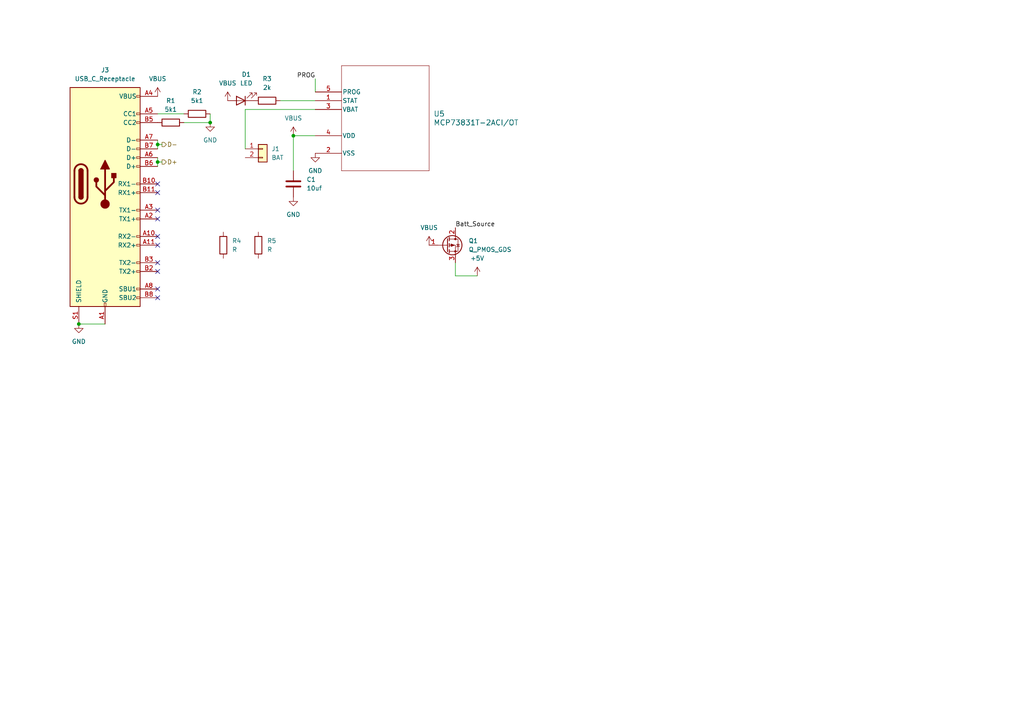
<source format=kicad_sch>
(kicad_sch (version 20230121) (generator eeschema)

  (uuid dd0cfcfc-a760-497a-83be-09364d30570b)

  (paper "A4")

  (lib_symbols
    (symbol "Connector:USB_C_Receptacle" (pin_names (offset 1.016)) (in_bom yes) (on_board yes)
      (property "Reference" "J" (at -10.16 29.21 0)
        (effects (font (size 1.27 1.27)) (justify left))
      )
      (property "Value" "USB_C_Receptacle" (at 10.16 29.21 0)
        (effects (font (size 1.27 1.27)) (justify right))
      )
      (property "Footprint" "" (at 3.81 0 0)
        (effects (font (size 1.27 1.27)) hide)
      )
      (property "Datasheet" "https://www.usb.org/sites/default/files/documents/usb_type-c.zip" (at 3.81 0 0)
        (effects (font (size 1.27 1.27)) hide)
      )
      (property "ki_keywords" "usb universal serial bus type-C full-featured" (at 0 0 0)
        (effects (font (size 1.27 1.27)) hide)
      )
      (property "ki_description" "USB Full-Featured Type-C Receptacle connector" (at 0 0 0)
        (effects (font (size 1.27 1.27)) hide)
      )
      (property "ki_fp_filters" "USB*C*Receptacle*" (at 0 0 0)
        (effects (font (size 1.27 1.27)) hide)
      )
      (symbol "USB_C_Receptacle_0_0"
        (rectangle (start -0.254 -35.56) (end 0.254 -34.544)
          (stroke (width 0) (type default))
          (fill (type none))
        )
        (rectangle (start 10.16 -32.766) (end 9.144 -33.274)
          (stroke (width 0) (type default))
          (fill (type none))
        )
        (rectangle (start 10.16 -30.226) (end 9.144 -30.734)
          (stroke (width 0) (type default))
          (fill (type none))
        )
        (rectangle (start 10.16 -25.146) (end 9.144 -25.654)
          (stroke (width 0) (type default))
          (fill (type none))
        )
        (rectangle (start 10.16 -22.606) (end 9.144 -23.114)
          (stroke (width 0) (type default))
          (fill (type none))
        )
        (rectangle (start 10.16 -17.526) (end 9.144 -18.034)
          (stroke (width 0) (type default))
          (fill (type none))
        )
        (rectangle (start 10.16 -14.986) (end 9.144 -15.494)
          (stroke (width 0) (type default))
          (fill (type none))
        )
        (rectangle (start 10.16 -9.906) (end 9.144 -10.414)
          (stroke (width 0) (type default))
          (fill (type none))
        )
        (rectangle (start 10.16 -7.366) (end 9.144 -7.874)
          (stroke (width 0) (type default))
          (fill (type none))
        )
        (rectangle (start 10.16 -2.286) (end 9.144 -2.794)
          (stroke (width 0) (type default))
          (fill (type none))
        )
        (rectangle (start 10.16 0.254) (end 9.144 -0.254)
          (stroke (width 0) (type default))
          (fill (type none))
        )
        (rectangle (start 10.16 5.334) (end 9.144 4.826)
          (stroke (width 0) (type default))
          (fill (type none))
        )
        (rectangle (start 10.16 7.874) (end 9.144 7.366)
          (stroke (width 0) (type default))
          (fill (type none))
        )
        (rectangle (start 10.16 10.414) (end 9.144 9.906)
          (stroke (width 0) (type default))
          (fill (type none))
        )
        (rectangle (start 10.16 12.954) (end 9.144 12.446)
          (stroke (width 0) (type default))
          (fill (type none))
        )
        (rectangle (start 10.16 18.034) (end 9.144 17.526)
          (stroke (width 0) (type default))
          (fill (type none))
        )
        (rectangle (start 10.16 20.574) (end 9.144 20.066)
          (stroke (width 0) (type default))
          (fill (type none))
        )
        (rectangle (start 10.16 25.654) (end 9.144 25.146)
          (stroke (width 0) (type default))
          (fill (type none))
        )
      )
      (symbol "USB_C_Receptacle_0_1"
        (rectangle (start -10.16 27.94) (end 10.16 -35.56)
          (stroke (width 0.254) (type default))
          (fill (type background))
        )
        (arc (start -8.89 -3.81) (mid -6.985 -5.7067) (end -5.08 -3.81)
          (stroke (width 0.508) (type default))
          (fill (type none))
        )
        (arc (start -7.62 -3.81) (mid -6.985 -4.4423) (end -6.35 -3.81)
          (stroke (width 0.254) (type default))
          (fill (type none))
        )
        (arc (start -7.62 -3.81) (mid -6.985 -4.4423) (end -6.35 -3.81)
          (stroke (width 0.254) (type default))
          (fill (type outline))
        )
        (rectangle (start -7.62 -3.81) (end -6.35 3.81)
          (stroke (width 0.254) (type default))
          (fill (type outline))
        )
        (arc (start -6.35 3.81) (mid -6.985 4.4423) (end -7.62 3.81)
          (stroke (width 0.254) (type default))
          (fill (type none))
        )
        (arc (start -6.35 3.81) (mid -6.985 4.4423) (end -7.62 3.81)
          (stroke (width 0.254) (type default))
          (fill (type outline))
        )
        (arc (start -5.08 3.81) (mid -6.985 5.7067) (end -8.89 3.81)
          (stroke (width 0.508) (type default))
          (fill (type none))
        )
        (polyline
          (pts
            (xy -8.89 -3.81)
            (xy -8.89 3.81)
          )
          (stroke (width 0.508) (type default))
          (fill (type none))
        )
        (polyline
          (pts
            (xy -5.08 3.81)
            (xy -5.08 -3.81)
          )
          (stroke (width 0.508) (type default))
          (fill (type none))
        )
      )
      (symbol "USB_C_Receptacle_1_1"
        (circle (center -2.54 1.143) (radius 0.635)
          (stroke (width 0.254) (type default))
          (fill (type outline))
        )
        (circle (center 0 -5.842) (radius 1.27)
          (stroke (width 0) (type default))
          (fill (type outline))
        )
        (polyline
          (pts
            (xy 0 -5.842)
            (xy 0 4.318)
          )
          (stroke (width 0.508) (type default))
          (fill (type none))
        )
        (polyline
          (pts
            (xy 0 -3.302)
            (xy -2.54 -0.762)
            (xy -2.54 0.508)
          )
          (stroke (width 0.508) (type default))
          (fill (type none))
        )
        (polyline
          (pts
            (xy 0 -2.032)
            (xy 2.54 0.508)
            (xy 2.54 1.778)
          )
          (stroke (width 0.508) (type default))
          (fill (type none))
        )
        (polyline
          (pts
            (xy -1.27 4.318)
            (xy 0 6.858)
            (xy 1.27 4.318)
            (xy -1.27 4.318)
          )
          (stroke (width 0.254) (type default))
          (fill (type outline))
        )
        (rectangle (start 1.905 1.778) (end 3.175 3.048)
          (stroke (width 0.254) (type default))
          (fill (type outline))
        )
        (pin passive line (at 0 -40.64 90) (length 5.08)
          (name "GND" (effects (font (size 1.27 1.27))))
          (number "A1" (effects (font (size 1.27 1.27))))
        )
        (pin bidirectional line (at 15.24 -15.24 180) (length 5.08)
          (name "RX2-" (effects (font (size 1.27 1.27))))
          (number "A10" (effects (font (size 1.27 1.27))))
        )
        (pin bidirectional line (at 15.24 -17.78 180) (length 5.08)
          (name "RX2+" (effects (font (size 1.27 1.27))))
          (number "A11" (effects (font (size 1.27 1.27))))
        )
        (pin passive line (at 0 -40.64 90) (length 5.08) hide
          (name "GND" (effects (font (size 1.27 1.27))))
          (number "A12" (effects (font (size 1.27 1.27))))
        )
        (pin bidirectional line (at 15.24 -10.16 180) (length 5.08)
          (name "TX1+" (effects (font (size 1.27 1.27))))
          (number "A2" (effects (font (size 1.27 1.27))))
        )
        (pin bidirectional line (at 15.24 -7.62 180) (length 5.08)
          (name "TX1-" (effects (font (size 1.27 1.27))))
          (number "A3" (effects (font (size 1.27 1.27))))
        )
        (pin passive line (at 15.24 25.4 180) (length 5.08)
          (name "VBUS" (effects (font (size 1.27 1.27))))
          (number "A4" (effects (font (size 1.27 1.27))))
        )
        (pin bidirectional line (at 15.24 20.32 180) (length 5.08)
          (name "CC1" (effects (font (size 1.27 1.27))))
          (number "A5" (effects (font (size 1.27 1.27))))
        )
        (pin bidirectional line (at 15.24 7.62 180) (length 5.08)
          (name "D+" (effects (font (size 1.27 1.27))))
          (number "A6" (effects (font (size 1.27 1.27))))
        )
        (pin bidirectional line (at 15.24 12.7 180) (length 5.08)
          (name "D-" (effects (font (size 1.27 1.27))))
          (number "A7" (effects (font (size 1.27 1.27))))
        )
        (pin bidirectional line (at 15.24 -30.48 180) (length 5.08)
          (name "SBU1" (effects (font (size 1.27 1.27))))
          (number "A8" (effects (font (size 1.27 1.27))))
        )
        (pin passive line (at 15.24 25.4 180) (length 5.08) hide
          (name "VBUS" (effects (font (size 1.27 1.27))))
          (number "A9" (effects (font (size 1.27 1.27))))
        )
        (pin passive line (at 0 -40.64 90) (length 5.08) hide
          (name "GND" (effects (font (size 1.27 1.27))))
          (number "B1" (effects (font (size 1.27 1.27))))
        )
        (pin bidirectional line (at 15.24 0 180) (length 5.08)
          (name "RX1-" (effects (font (size 1.27 1.27))))
          (number "B10" (effects (font (size 1.27 1.27))))
        )
        (pin bidirectional line (at 15.24 -2.54 180) (length 5.08)
          (name "RX1+" (effects (font (size 1.27 1.27))))
          (number "B11" (effects (font (size 1.27 1.27))))
        )
        (pin passive line (at 0 -40.64 90) (length 5.08) hide
          (name "GND" (effects (font (size 1.27 1.27))))
          (number "B12" (effects (font (size 1.27 1.27))))
        )
        (pin bidirectional line (at 15.24 -25.4 180) (length 5.08)
          (name "TX2+" (effects (font (size 1.27 1.27))))
          (number "B2" (effects (font (size 1.27 1.27))))
        )
        (pin bidirectional line (at 15.24 -22.86 180) (length 5.08)
          (name "TX2-" (effects (font (size 1.27 1.27))))
          (number "B3" (effects (font (size 1.27 1.27))))
        )
        (pin passive line (at 15.24 25.4 180) (length 5.08) hide
          (name "VBUS" (effects (font (size 1.27 1.27))))
          (number "B4" (effects (font (size 1.27 1.27))))
        )
        (pin bidirectional line (at 15.24 17.78 180) (length 5.08)
          (name "CC2" (effects (font (size 1.27 1.27))))
          (number "B5" (effects (font (size 1.27 1.27))))
        )
        (pin bidirectional line (at 15.24 5.08 180) (length 5.08)
          (name "D+" (effects (font (size 1.27 1.27))))
          (number "B6" (effects (font (size 1.27 1.27))))
        )
        (pin bidirectional line (at 15.24 10.16 180) (length 5.08)
          (name "D-" (effects (font (size 1.27 1.27))))
          (number "B7" (effects (font (size 1.27 1.27))))
        )
        (pin bidirectional line (at 15.24 -33.02 180) (length 5.08)
          (name "SBU2" (effects (font (size 1.27 1.27))))
          (number "B8" (effects (font (size 1.27 1.27))))
        )
        (pin passive line (at 15.24 25.4 180) (length 5.08) hide
          (name "VBUS" (effects (font (size 1.27 1.27))))
          (number "B9" (effects (font (size 1.27 1.27))))
        )
        (pin passive line (at -7.62 -40.64 90) (length 5.08)
          (name "SHIELD" (effects (font (size 1.27 1.27))))
          (number "S1" (effects (font (size 1.27 1.27))))
        )
      )
    )
    (symbol "Connector_Generic:Conn_01x02" (pin_names (offset 1.016) hide) (in_bom yes) (on_board yes)
      (property "Reference" "J" (at 0 2.54 0)
        (effects (font (size 1.27 1.27)))
      )
      (property "Value" "Conn_01x02" (at 0 -5.08 0)
        (effects (font (size 1.27 1.27)))
      )
      (property "Footprint" "" (at 0 0 0)
        (effects (font (size 1.27 1.27)) hide)
      )
      (property "Datasheet" "~" (at 0 0 0)
        (effects (font (size 1.27 1.27)) hide)
      )
      (property "ki_keywords" "connector" (at 0 0 0)
        (effects (font (size 1.27 1.27)) hide)
      )
      (property "ki_description" "Generic connector, single row, 01x02, script generated (kicad-library-utils/schlib/autogen/connector/)" (at 0 0 0)
        (effects (font (size 1.27 1.27)) hide)
      )
      (property "ki_fp_filters" "Connector*:*_1x??_*" (at 0 0 0)
        (effects (font (size 1.27 1.27)) hide)
      )
      (symbol "Conn_01x02_1_1"
        (rectangle (start -1.27 -2.413) (end 0 -2.667)
          (stroke (width 0.1524) (type default))
          (fill (type none))
        )
        (rectangle (start -1.27 0.127) (end 0 -0.127)
          (stroke (width 0.1524) (type default))
          (fill (type none))
        )
        (rectangle (start -1.27 1.27) (end 1.27 -3.81)
          (stroke (width 0.254) (type default))
          (fill (type background))
        )
        (pin passive line (at -5.08 0 0) (length 3.81)
          (name "Pin_1" (effects (font (size 1.27 1.27))))
          (number "1" (effects (font (size 1.27 1.27))))
        )
        (pin passive line (at -5.08 -2.54 0) (length 3.81)
          (name "Pin_2" (effects (font (size 1.27 1.27))))
          (number "2" (effects (font (size 1.27 1.27))))
        )
      )
    )
    (symbol "Device:C" (pin_numbers hide) (pin_names (offset 0.254)) (in_bom yes) (on_board yes)
      (property "Reference" "C" (at 0.635 2.54 0)
        (effects (font (size 1.27 1.27)) (justify left))
      )
      (property "Value" "C" (at 0.635 -2.54 0)
        (effects (font (size 1.27 1.27)) (justify left))
      )
      (property "Footprint" "" (at 0.9652 -3.81 0)
        (effects (font (size 1.27 1.27)) hide)
      )
      (property "Datasheet" "~" (at 0 0 0)
        (effects (font (size 1.27 1.27)) hide)
      )
      (property "ki_keywords" "cap capacitor" (at 0 0 0)
        (effects (font (size 1.27 1.27)) hide)
      )
      (property "ki_description" "Unpolarized capacitor" (at 0 0 0)
        (effects (font (size 1.27 1.27)) hide)
      )
      (property "ki_fp_filters" "C_*" (at 0 0 0)
        (effects (font (size 1.27 1.27)) hide)
      )
      (symbol "C_0_1"
        (polyline
          (pts
            (xy -2.032 -0.762)
            (xy 2.032 -0.762)
          )
          (stroke (width 0.508) (type default))
          (fill (type none))
        )
        (polyline
          (pts
            (xy -2.032 0.762)
            (xy 2.032 0.762)
          )
          (stroke (width 0.508) (type default))
          (fill (type none))
        )
      )
      (symbol "C_1_1"
        (pin passive line (at 0 3.81 270) (length 2.794)
          (name "~" (effects (font (size 1.27 1.27))))
          (number "1" (effects (font (size 1.27 1.27))))
        )
        (pin passive line (at 0 -3.81 90) (length 2.794)
          (name "~" (effects (font (size 1.27 1.27))))
          (number "2" (effects (font (size 1.27 1.27))))
        )
      )
    )
    (symbol "Device:LED" (pin_numbers hide) (pin_names (offset 1.016) hide) (in_bom yes) (on_board yes)
      (property "Reference" "D" (at 0 2.54 0)
        (effects (font (size 1.27 1.27)))
      )
      (property "Value" "LED" (at 0 -2.54 0)
        (effects (font (size 1.27 1.27)))
      )
      (property "Footprint" "" (at 0 0 0)
        (effects (font (size 1.27 1.27)) hide)
      )
      (property "Datasheet" "~" (at 0 0 0)
        (effects (font (size 1.27 1.27)) hide)
      )
      (property "ki_keywords" "LED diode" (at 0 0 0)
        (effects (font (size 1.27 1.27)) hide)
      )
      (property "ki_description" "Light emitting diode" (at 0 0 0)
        (effects (font (size 1.27 1.27)) hide)
      )
      (property "ki_fp_filters" "LED* LED_SMD:* LED_THT:*" (at 0 0 0)
        (effects (font (size 1.27 1.27)) hide)
      )
      (symbol "LED_0_1"
        (polyline
          (pts
            (xy -1.27 -1.27)
            (xy -1.27 1.27)
          )
          (stroke (width 0.254) (type default))
          (fill (type none))
        )
        (polyline
          (pts
            (xy -1.27 0)
            (xy 1.27 0)
          )
          (stroke (width 0) (type default))
          (fill (type none))
        )
        (polyline
          (pts
            (xy 1.27 -1.27)
            (xy 1.27 1.27)
            (xy -1.27 0)
            (xy 1.27 -1.27)
          )
          (stroke (width 0.254) (type default))
          (fill (type none))
        )
        (polyline
          (pts
            (xy -3.048 -0.762)
            (xy -4.572 -2.286)
            (xy -3.81 -2.286)
            (xy -4.572 -2.286)
            (xy -4.572 -1.524)
          )
          (stroke (width 0) (type default))
          (fill (type none))
        )
        (polyline
          (pts
            (xy -1.778 -0.762)
            (xy -3.302 -2.286)
            (xy -2.54 -2.286)
            (xy -3.302 -2.286)
            (xy -3.302 -1.524)
          )
          (stroke (width 0) (type default))
          (fill (type none))
        )
      )
      (symbol "LED_1_1"
        (pin passive line (at -3.81 0 0) (length 2.54)
          (name "K" (effects (font (size 1.27 1.27))))
          (number "1" (effects (font (size 1.27 1.27))))
        )
        (pin passive line (at 3.81 0 180) (length 2.54)
          (name "A" (effects (font (size 1.27 1.27))))
          (number "2" (effects (font (size 1.27 1.27))))
        )
      )
    )
    (symbol "Device:Q_PMOS_GDS" (pin_names (offset 0) hide) (in_bom yes) (on_board yes)
      (property "Reference" "Q" (at 5.08 1.27 0)
        (effects (font (size 1.27 1.27)) (justify left))
      )
      (property "Value" "Q_PMOS_GDS" (at 5.08 -1.27 0)
        (effects (font (size 1.27 1.27)) (justify left))
      )
      (property "Footprint" "" (at 5.08 2.54 0)
        (effects (font (size 1.27 1.27)) hide)
      )
      (property "Datasheet" "~" (at 0 0 0)
        (effects (font (size 1.27 1.27)) hide)
      )
      (property "ki_keywords" "transistor PMOS P-MOS P-MOSFET" (at 0 0 0)
        (effects (font (size 1.27 1.27)) hide)
      )
      (property "ki_description" "P-MOSFET transistor, gate/drain/source" (at 0 0 0)
        (effects (font (size 1.27 1.27)) hide)
      )
      (symbol "Q_PMOS_GDS_0_1"
        (polyline
          (pts
            (xy 0.254 0)
            (xy -2.54 0)
          )
          (stroke (width 0) (type default))
          (fill (type none))
        )
        (polyline
          (pts
            (xy 0.254 1.905)
            (xy 0.254 -1.905)
          )
          (stroke (width 0.254) (type default))
          (fill (type none))
        )
        (polyline
          (pts
            (xy 0.762 -1.27)
            (xy 0.762 -2.286)
          )
          (stroke (width 0.254) (type default))
          (fill (type none))
        )
        (polyline
          (pts
            (xy 0.762 0.508)
            (xy 0.762 -0.508)
          )
          (stroke (width 0.254) (type default))
          (fill (type none))
        )
        (polyline
          (pts
            (xy 0.762 2.286)
            (xy 0.762 1.27)
          )
          (stroke (width 0.254) (type default))
          (fill (type none))
        )
        (polyline
          (pts
            (xy 2.54 2.54)
            (xy 2.54 1.778)
          )
          (stroke (width 0) (type default))
          (fill (type none))
        )
        (polyline
          (pts
            (xy 2.54 -2.54)
            (xy 2.54 0)
            (xy 0.762 0)
          )
          (stroke (width 0) (type default))
          (fill (type none))
        )
        (polyline
          (pts
            (xy 0.762 1.778)
            (xy 3.302 1.778)
            (xy 3.302 -1.778)
            (xy 0.762 -1.778)
          )
          (stroke (width 0) (type default))
          (fill (type none))
        )
        (polyline
          (pts
            (xy 2.286 0)
            (xy 1.27 0.381)
            (xy 1.27 -0.381)
            (xy 2.286 0)
          )
          (stroke (width 0) (type default))
          (fill (type outline))
        )
        (polyline
          (pts
            (xy 2.794 -0.508)
            (xy 2.921 -0.381)
            (xy 3.683 -0.381)
            (xy 3.81 -0.254)
          )
          (stroke (width 0) (type default))
          (fill (type none))
        )
        (polyline
          (pts
            (xy 3.302 -0.381)
            (xy 2.921 0.254)
            (xy 3.683 0.254)
            (xy 3.302 -0.381)
          )
          (stroke (width 0) (type default))
          (fill (type none))
        )
        (circle (center 1.651 0) (radius 2.794)
          (stroke (width 0.254) (type default))
          (fill (type none))
        )
        (circle (center 2.54 -1.778) (radius 0.254)
          (stroke (width 0) (type default))
          (fill (type outline))
        )
        (circle (center 2.54 1.778) (radius 0.254)
          (stroke (width 0) (type default))
          (fill (type outline))
        )
      )
      (symbol "Q_PMOS_GDS_1_1"
        (pin input line (at -5.08 0 0) (length 2.54)
          (name "G" (effects (font (size 1.27 1.27))))
          (number "1" (effects (font (size 1.27 1.27))))
        )
        (pin passive line (at 2.54 5.08 270) (length 2.54)
          (name "D" (effects (font (size 1.27 1.27))))
          (number "2" (effects (font (size 1.27 1.27))))
        )
        (pin passive line (at 2.54 -5.08 90) (length 2.54)
          (name "S" (effects (font (size 1.27 1.27))))
          (number "3" (effects (font (size 1.27 1.27))))
        )
      )
    )
    (symbol "Device:R" (pin_numbers hide) (pin_names (offset 0)) (in_bom yes) (on_board yes)
      (property "Reference" "R" (at 2.032 0 90)
        (effects (font (size 1.27 1.27)))
      )
      (property "Value" "R" (at 0 0 90)
        (effects (font (size 1.27 1.27)))
      )
      (property "Footprint" "" (at -1.778 0 90)
        (effects (font (size 1.27 1.27)) hide)
      )
      (property "Datasheet" "~" (at 0 0 0)
        (effects (font (size 1.27 1.27)) hide)
      )
      (property "ki_keywords" "R res resistor" (at 0 0 0)
        (effects (font (size 1.27 1.27)) hide)
      )
      (property "ki_description" "Resistor" (at 0 0 0)
        (effects (font (size 1.27 1.27)) hide)
      )
      (property "ki_fp_filters" "R_*" (at 0 0 0)
        (effects (font (size 1.27 1.27)) hide)
      )
      (symbol "R_0_1"
        (rectangle (start -1.016 -2.54) (end 1.016 2.54)
          (stroke (width 0.254) (type default))
          (fill (type none))
        )
      )
      (symbol "R_1_1"
        (pin passive line (at 0 3.81 270) (length 1.27)
          (name "~" (effects (font (size 1.27 1.27))))
          (number "1" (effects (font (size 1.27 1.27))))
        )
        (pin passive line (at 0 -3.81 90) (length 1.27)
          (name "~" (effects (font (size 1.27 1.27))))
          (number "2" (effects (font (size 1.27 1.27))))
        )
      )
    )
    (symbol "MCP73831:MCP73831T-2ACI_OT" (pin_names (offset 0.254)) (in_bom yes) (on_board yes)
      (property "Reference" "U" (at 20.32 12.7 0)
        (effects (font (size 1.524 1.524)))
      )
      (property "Value" "MCP73831T-2ACI/OT" (at 20.32 10.16 0)
        (effects (font (size 1.524 1.524)))
      )
      (property "Footprint" "SOT-23-5_MC_MCH" (at 0 0 0)
        (effects (font (size 1.27 1.27) italic) hide)
      )
      (property "Datasheet" "MCP73831T-2ACI/OT" (at 0 0 0)
        (effects (font (size 1.27 1.27) italic) hide)
      )
      (property "ki_locked" "" (at 0 0 0)
        (effects (font (size 1.27 1.27)))
      )
      (property "ki_keywords" "MCP73831T-2ACI/OT" (at 0 0 0)
        (effects (font (size 1.27 1.27)) hide)
      )
      (property "ki_fp_filters" "SOT-23-5_MC_MCH SOT-23-5_MC_MCH-M SOT-23-5_MC_MCH-L" (at 0 0 0)
        (effects (font (size 1.27 1.27)) hide)
      )
      (symbol "MCP73831T-2ACI_OT_0_1"
        (polyline
          (pts
            (xy 7.62 -22.86)
            (xy 33.02 -22.86)
          )
          (stroke (width 0.127) (type default))
          (fill (type none))
        )
        (polyline
          (pts
            (xy 7.62 7.62)
            (xy 7.62 -22.86)
          )
          (stroke (width 0.127) (type default))
          (fill (type none))
        )
        (polyline
          (pts
            (xy 33.02 -22.86)
            (xy 33.02 7.62)
          )
          (stroke (width 0.127) (type default))
          (fill (type none))
        )
        (polyline
          (pts
            (xy 33.02 7.62)
            (xy 7.62 7.62)
          )
          (stroke (width 0.127) (type default))
          (fill (type none))
        )
        (pin unspecified line (at 0 -2.54 0) (length 7.62)
          (name "STAT" (effects (font (size 1.27 1.27))))
          (number "1" (effects (font (size 1.27 1.27))))
        )
        (pin unspecified line (at 0 -17.78 0) (length 7.62)
          (name "VSS" (effects (font (size 1.27 1.27))))
          (number "2" (effects (font (size 1.27 1.27))))
        )
        (pin unspecified line (at 0 -5.08 0) (length 7.62)
          (name "VBAT" (effects (font (size 1.27 1.27))))
          (number "3" (effects (font (size 1.27 1.27))))
        )
        (pin unspecified line (at 0 -12.7 0) (length 7.62)
          (name "VDD" (effects (font (size 1.27 1.27))))
          (number "4" (effects (font (size 1.27 1.27))))
        )
        (pin unspecified line (at 0 0 0) (length 7.62)
          (name "PROG" (effects (font (size 1.27 1.27))))
          (number "5" (effects (font (size 1.27 1.27))))
        )
      )
    )
    (symbol "power:+5V" (power) (pin_names (offset 0)) (in_bom yes) (on_board yes)
      (property "Reference" "#PWR" (at 0 -3.81 0)
        (effects (font (size 1.27 1.27)) hide)
      )
      (property "Value" "+5V" (at 0 3.556 0)
        (effects (font (size 1.27 1.27)))
      )
      (property "Footprint" "" (at 0 0 0)
        (effects (font (size 1.27 1.27)) hide)
      )
      (property "Datasheet" "" (at 0 0 0)
        (effects (font (size 1.27 1.27)) hide)
      )
      (property "ki_keywords" "global power" (at 0 0 0)
        (effects (font (size 1.27 1.27)) hide)
      )
      (property "ki_description" "Power symbol creates a global label with name \"+5V\"" (at 0 0 0)
        (effects (font (size 1.27 1.27)) hide)
      )
      (symbol "+5V_0_1"
        (polyline
          (pts
            (xy -0.762 1.27)
            (xy 0 2.54)
          )
          (stroke (width 0) (type default))
          (fill (type none))
        )
        (polyline
          (pts
            (xy 0 0)
            (xy 0 2.54)
          )
          (stroke (width 0) (type default))
          (fill (type none))
        )
        (polyline
          (pts
            (xy 0 2.54)
            (xy 0.762 1.27)
          )
          (stroke (width 0) (type default))
          (fill (type none))
        )
      )
      (symbol "+5V_1_1"
        (pin power_in line (at 0 0 90) (length 0) hide
          (name "+5V" (effects (font (size 1.27 1.27))))
          (number "1" (effects (font (size 1.27 1.27))))
        )
      )
    )
    (symbol "power:GND" (power) (pin_names (offset 0)) (in_bom yes) (on_board yes)
      (property "Reference" "#PWR" (at 0 -6.35 0)
        (effects (font (size 1.27 1.27)) hide)
      )
      (property "Value" "GND" (at 0 -3.81 0)
        (effects (font (size 1.27 1.27)))
      )
      (property "Footprint" "" (at 0 0 0)
        (effects (font (size 1.27 1.27)) hide)
      )
      (property "Datasheet" "" (at 0 0 0)
        (effects (font (size 1.27 1.27)) hide)
      )
      (property "ki_keywords" "global power" (at 0 0 0)
        (effects (font (size 1.27 1.27)) hide)
      )
      (property "ki_description" "Power symbol creates a global label with name \"GND\" , ground" (at 0 0 0)
        (effects (font (size 1.27 1.27)) hide)
      )
      (symbol "GND_0_1"
        (polyline
          (pts
            (xy 0 0)
            (xy 0 -1.27)
            (xy 1.27 -1.27)
            (xy 0 -2.54)
            (xy -1.27 -1.27)
            (xy 0 -1.27)
          )
          (stroke (width 0) (type default))
          (fill (type none))
        )
      )
      (symbol "GND_1_1"
        (pin power_in line (at 0 0 270) (length 0) hide
          (name "GND" (effects (font (size 1.27 1.27))))
          (number "1" (effects (font (size 1.27 1.27))))
        )
      )
    )
    (symbol "power:VBUS" (power) (pin_names (offset 0)) (in_bom yes) (on_board yes)
      (property "Reference" "#PWR" (at 0 -3.81 0)
        (effects (font (size 1.27 1.27)) hide)
      )
      (property "Value" "VBUS" (at 0 3.81 0)
        (effects (font (size 1.27 1.27)))
      )
      (property "Footprint" "" (at 0 0 0)
        (effects (font (size 1.27 1.27)) hide)
      )
      (property "Datasheet" "" (at 0 0 0)
        (effects (font (size 1.27 1.27)) hide)
      )
      (property "ki_keywords" "global power" (at 0 0 0)
        (effects (font (size 1.27 1.27)) hide)
      )
      (property "ki_description" "Power symbol creates a global label with name \"VBUS\"" (at 0 0 0)
        (effects (font (size 1.27 1.27)) hide)
      )
      (symbol "VBUS_0_1"
        (polyline
          (pts
            (xy -0.762 1.27)
            (xy 0 2.54)
          )
          (stroke (width 0) (type default))
          (fill (type none))
        )
        (polyline
          (pts
            (xy 0 0)
            (xy 0 2.54)
          )
          (stroke (width 0) (type default))
          (fill (type none))
        )
        (polyline
          (pts
            (xy 0 2.54)
            (xy 0.762 1.27)
          )
          (stroke (width 0) (type default))
          (fill (type none))
        )
      )
      (symbol "VBUS_1_1"
        (pin power_in line (at 0 0 90) (length 0) hide
          (name "VBUS" (effects (font (size 1.27 1.27))))
          (number "1" (effects (font (size 1.27 1.27))))
        )
      )
    )
  )

  (junction (at 60.96 35.56) (diameter 0) (color 0 0 0 0)
    (uuid 0bcf5f63-c9df-4918-99c0-9899d01063d0)
  )
  (junction (at 22.86 93.98) (diameter 0) (color 0 0 0 0)
    (uuid 19d9e84c-0747-4e2d-affa-c572e916e979)
  )
  (junction (at 45.72 41.91) (diameter 0) (color 0 0 0 0)
    (uuid 6eb2ff26-adcf-495e-8aac-f80a24af8299)
  )
  (junction (at 85.09 39.37) (diameter 0) (color 0 0 0 0)
    (uuid ae95c044-f80f-427c-9b97-300a46355533)
  )
  (junction (at 45.72 46.99) (diameter 0) (color 0 0 0 0)
    (uuid fc5e4dda-6891-48df-ab7d-9c93c38fe3ca)
  )

  (no_connect (at 45.72 63.5) (uuid 1e63b9f7-15aa-42e6-88c1-3d823d605bdf))
  (no_connect (at 45.72 83.82) (uuid 33a3ed1c-9829-415a-a8bb-147565d30a50))
  (no_connect (at 45.72 60.96) (uuid 573eed10-9541-4409-a773-b5db2c7184fd))
  (no_connect (at 45.72 55.88) (uuid 8f68da0f-e475-42ea-8933-79f79d1dd8e1))
  (no_connect (at 45.72 78.74) (uuid af37e7e7-ea90-461b-9168-6e437d457ed4))
  (no_connect (at 45.72 76.2) (uuid b18adb74-52f8-43cc-a8a5-ac78159b53a9))
  (no_connect (at 45.72 68.58) (uuid c72aff90-9fbe-4897-bd59-1d4129f5e147))
  (no_connect (at 45.72 53.34) (uuid dca3c36c-f7b0-4148-a169-3c1db22ee069))
  (no_connect (at 45.72 71.12) (uuid de07de5b-f3e8-437e-bb34-0de5c8efe53e))
  (no_connect (at 45.72 86.36) (uuid ea26f1ac-54ce-44e9-b203-339c6f6adeef))

  (wire (pts (xy 71.12 31.75) (xy 71.12 43.18))
    (stroke (width 0) (type default))
    (uuid 08f3adb2-a710-43f6-a6f5-e3a99d366e4b)
  )
  (wire (pts (xy 45.72 40.64) (xy 45.72 41.91))
    (stroke (width 0) (type default))
    (uuid 1dd2860b-d959-4e9d-8517-4b8f5ddebce8)
  )
  (wire (pts (xy 81.28 29.21) (xy 91.44 29.21))
    (stroke (width 0) (type default))
    (uuid 21f7917b-f607-4a44-b7ba-540bdaaf1fd7)
  )
  (wire (pts (xy 45.72 41.91) (xy 45.72 43.18))
    (stroke (width 0) (type default))
    (uuid 494d76c4-d55e-4891-9e88-c750a57f1bc8)
  )
  (wire (pts (xy 91.44 22.86) (xy 91.44 26.67))
    (stroke (width 0) (type default))
    (uuid 66077cb2-d65f-4a01-a3f1-87f7912e5894)
  )
  (wire (pts (xy 46.99 41.91) (xy 45.72 41.91))
    (stroke (width 0) (type default))
    (uuid 68f24199-5504-4812-9300-54f571e08aa7)
  )
  (wire (pts (xy 46.99 46.99) (xy 45.72 46.99))
    (stroke (width 0) (type default))
    (uuid 6990af32-eeb9-4249-9a20-ce11df10ca21)
  )
  (wire (pts (xy 91.44 31.75) (xy 71.12 31.75))
    (stroke (width 0) (type default))
    (uuid 74b00ac4-3ff8-4f86-aa75-59e1447745ae)
  )
  (wire (pts (xy 85.09 49.53) (xy 85.09 39.37))
    (stroke (width 0) (type default))
    (uuid 7a0bde33-265d-425a-a155-f8d5fb9a8b98)
  )
  (wire (pts (xy 45.72 33.02) (xy 53.34 33.02))
    (stroke (width 0) (type default))
    (uuid 7c9c502a-0f67-4a27-a202-3444c2185e5e)
  )
  (wire (pts (xy 45.72 45.72) (xy 45.72 46.99))
    (stroke (width 0) (type default))
    (uuid 995c9f62-b85a-493c-9938-1128b7e5fe53)
  )
  (wire (pts (xy 22.86 93.98) (xy 30.48 93.98))
    (stroke (width 0) (type default))
    (uuid 9d44ff15-bcfe-4708-92ed-b73c4237c25d)
  )
  (wire (pts (xy 132.08 76.2) (xy 132.08 80.01))
    (stroke (width 0) (type default))
    (uuid af517b91-941d-471e-a8b9-73a573af60e0)
  )
  (wire (pts (xy 53.34 35.56) (xy 60.96 35.56))
    (stroke (width 0) (type default))
    (uuid bd874004-84f0-46e5-8050-297265ee22ab)
  )
  (wire (pts (xy 85.09 39.37) (xy 91.44 39.37))
    (stroke (width 0) (type default))
    (uuid c6b9dad5-d394-4f9e-a37a-a61b7c424a68)
  )
  (wire (pts (xy 60.96 33.02) (xy 60.96 35.56))
    (stroke (width 0) (type default))
    (uuid d2bf7090-a831-4aa2-9af6-2333bdadc742)
  )
  (wire (pts (xy 132.08 80.01) (xy 138.43 80.01))
    (stroke (width 0) (type default))
    (uuid e041931c-199b-4b28-bff1-335b55517a6b)
  )
  (wire (pts (xy 45.72 46.99) (xy 45.72 48.26))
    (stroke (width 0) (type default))
    (uuid f046bd51-bd09-4ff4-af96-7e377fbea0e4)
  )

  (label "PROG" (at 91.44 22.86 180) (fields_autoplaced)
    (effects (font (size 1.27 1.27)) (justify right bottom))
    (uuid 5e81f247-828e-4d1a-a392-1ae213eaf074)
  )
  (label "Batt_Source" (at 132.08 66.04 0) (fields_autoplaced)
    (effects (font (size 1.27 1.27)) (justify left bottom))
    (uuid 966af39d-f8b0-458b-b2ac-16d53cfa0c22)
  )

  (hierarchical_label "D+" (shape output) (at 46.99 46.99 0) (fields_autoplaced)
    (effects (font (size 1.27 1.27)) (justify left))
    (uuid 1fa9c0d2-6e0b-4128-b69a-f453d53dc5e0)
  )
  (hierarchical_label "D-" (shape output) (at 46.99 41.91 0) (fields_autoplaced)
    (effects (font (size 1.27 1.27)) (justify left))
    (uuid 4d5d9668-b5cf-433c-86a3-f266865f0739)
  )

  (symbol (lib_id "power:VBUS") (at 45.72 27.94 0) (unit 1)
    (in_bom yes) (on_board yes) (dnp no) (fields_autoplaced)
    (uuid 13ffc4ad-371a-41e8-afa0-7e9fc06ba4cd)
    (property "Reference" "#PWR011" (at 45.72 31.75 0)
      (effects (font (size 1.27 1.27)) hide)
    )
    (property "Value" "VBUS" (at 45.72 22.86 0)
      (effects (font (size 1.27 1.27)))
    )
    (property "Footprint" "" (at 45.72 27.94 0)
      (effects (font (size 1.27 1.27)) hide)
    )
    (property "Datasheet" "" (at 45.72 27.94 0)
      (effects (font (size 1.27 1.27)) hide)
    )
    (pin "1" (uuid 3fe5c36c-d5d0-4475-a4da-ea69d1be40c2))
    (instances
      (project "Pico-Skidi"
        (path "/21865b85-eb74-4d61-a31a-30858d3bc341"
          (reference "#PWR011") (unit 1)
        )
        (path "/21865b85-eb74-4d61-a31a-30858d3bc341/8900a908-b882-43c5-abd2-34b7e0cc181b"
          (reference "#PWR03") (unit 1)
        )
      )
    )
  )

  (symbol (lib_id "Connector:USB_C_Receptacle") (at 30.48 53.34 0) (unit 1)
    (in_bom yes) (on_board yes) (dnp no) (fields_autoplaced)
    (uuid 185cb62b-8179-4090-a7be-e14a8f7ca190)
    (property "Reference" "J3" (at 30.48 20.32 0)
      (effects (font (size 1.27 1.27)))
    )
    (property "Value" "USB_C_Receptacle" (at 30.48 22.86 0)
      (effects (font (size 1.27 1.27)))
    )
    (property "Footprint" "" (at 34.29 53.34 0)
      (effects (font (size 1.27 1.27)) hide)
    )
    (property "Datasheet" "https://www.usb.org/sites/default/files/documents/usb_type-c.zip" (at 34.29 53.34 0)
      (effects (font (size 1.27 1.27)) hide)
    )
    (pin "A1" (uuid 6cf4d640-4b34-4a07-8680-f462fc406e7a))
    (pin "A10" (uuid 6a755ea7-8a4b-4ce1-aa7f-54c2ba99806c))
    (pin "A11" (uuid 09896783-db43-4fd7-9e67-00ca8bdbb730))
    (pin "A12" (uuid 036b0983-7e6e-44e7-ab26-88430327a93d))
    (pin "A2" (uuid 5a2bddc7-144e-49d2-9797-567848e3bb25))
    (pin "A3" (uuid 2343a78d-c441-4db2-9575-627ff43739d8))
    (pin "A4" (uuid 48038eb8-a671-459d-a81e-c77a25c63c94))
    (pin "A5" (uuid 840d8aa8-9fbf-47d5-abb4-1ba42982364b))
    (pin "A6" (uuid 41ec9f01-c541-41cb-9ea7-c4ae21b9d721))
    (pin "A7" (uuid 2081581c-0607-41cf-96d0-aa0016a821fa))
    (pin "A8" (uuid c83f2b94-9cd6-4395-ac7f-2c253c8de18c))
    (pin "A9" (uuid 30c0bb84-755c-48c8-bd36-ddaea0b26c03))
    (pin "B1" (uuid 1d8b432a-4611-4a77-b375-334e3b81ea4d))
    (pin "B10" (uuid 01def47c-6cc1-40ec-86d5-43c388cb6ac3))
    (pin "B11" (uuid 60397135-db56-43c9-b650-664e0538617f))
    (pin "B12" (uuid 2ebddf0c-95b5-4b40-8532-af4c9cf5a6d7))
    (pin "B2" (uuid f9b7fed7-081e-4b99-a917-43f850e5e84b))
    (pin "B3" (uuid 548b9ab3-4ca4-434c-bf62-5e51720d3a8e))
    (pin "B4" (uuid 7494189f-a288-4a12-aeb9-ff702bc99edf))
    (pin "B5" (uuid 372c0418-c395-4db4-864e-9def92987698))
    (pin "B6" (uuid fb4fabee-f621-43d5-be1a-8e1022c1ab85))
    (pin "B7" (uuid 42697914-f61e-4447-9d35-99e534ac4d22))
    (pin "B8" (uuid 5502656f-1f19-490d-abbd-a15653d2b33d))
    (pin "B9" (uuid 3aa10569-cc7b-4afc-a0b8-efd92d3354a9))
    (pin "S1" (uuid 20bcb6af-1a01-4732-b3f6-655c7e2609c5))
    (instances
      (project "Pico-Skidi"
        (path "/21865b85-eb74-4d61-a31a-30858d3bc341"
          (reference "J3") (unit 1)
        )
        (path "/21865b85-eb74-4d61-a31a-30858d3bc341/8900a908-b882-43c5-abd2-34b7e0cc181b"
          (reference "J1") (unit 1)
        )
      )
    )
  )

  (symbol (lib_id "Connector_Generic:Conn_01x02") (at 76.2 43.18 0) (unit 1)
    (in_bom yes) (on_board yes) (dnp no) (fields_autoplaced)
    (uuid 22b5853e-4e0e-40dc-87bb-0bf17086f847)
    (property "Reference" "J1" (at 78.74 43.18 0)
      (effects (font (size 1.27 1.27)) (justify left))
    )
    (property "Value" "BAT" (at 78.74 45.72 0)
      (effects (font (size 1.27 1.27)) (justify left))
    )
    (property "Footprint" "" (at 76.2 43.18 0)
      (effects (font (size 1.27 1.27)) hide)
    )
    (property "Datasheet" "~" (at 76.2 43.18 0)
      (effects (font (size 1.27 1.27)) hide)
    )
    (pin "1" (uuid df2986a3-3ca3-45bf-9e38-817fed802a85))
    (pin "2" (uuid 8e8306cf-95f7-4698-aa01-488558c8c8e7))
    (instances
      (project "Pico-Skidi"
        (path "/21865b85-eb74-4d61-a31a-30858d3bc341"
          (reference "J1") (unit 1)
        )
        (path "/21865b85-eb74-4d61-a31a-30858d3bc341/8900a908-b882-43c5-abd2-34b7e0cc181b"
          (reference "J2") (unit 1)
        )
      )
    )
  )

  (symbol (lib_id "power:GND") (at 60.96 35.56 0) (unit 1)
    (in_bom yes) (on_board yes) (dnp no) (fields_autoplaced)
    (uuid 2b296d69-cb34-4a57-892d-7608e00e4ae9)
    (property "Reference" "#PWR07" (at 60.96 41.91 0)
      (effects (font (size 1.27 1.27)) hide)
    )
    (property "Value" "GND" (at 60.96 40.64 0)
      (effects (font (size 1.27 1.27)))
    )
    (property "Footprint" "" (at 60.96 35.56 0)
      (effects (font (size 1.27 1.27)) hide)
    )
    (property "Datasheet" "" (at 60.96 35.56 0)
      (effects (font (size 1.27 1.27)) hide)
    )
    (pin "1" (uuid ee3dfcbb-03bf-4989-bf9f-25ab5d5dd448))
    (instances
      (project "Pico-Skidi"
        (path "/21865b85-eb74-4d61-a31a-30858d3bc341"
          (reference "#PWR07") (unit 1)
        )
        (path "/21865b85-eb74-4d61-a31a-30858d3bc341/8900a908-b882-43c5-abd2-34b7e0cc181b"
          (reference "#PWR04") (unit 1)
        )
      )
    )
  )

  (symbol (lib_id "power:VBUS") (at 124.46 71.12 0) (unit 1)
    (in_bom yes) (on_board yes) (dnp no) (fields_autoplaced)
    (uuid 3eec48ea-572b-4448-b062-f6dc2a2dae64)
    (property "Reference" "#PWR09" (at 124.46 74.93 0)
      (effects (font (size 1.27 1.27)) hide)
    )
    (property "Value" "VBUS" (at 124.46 66.04 0)
      (effects (font (size 1.27 1.27)))
    )
    (property "Footprint" "" (at 124.46 71.12 0)
      (effects (font (size 1.27 1.27)) hide)
    )
    (property "Datasheet" "" (at 124.46 71.12 0)
      (effects (font (size 1.27 1.27)) hide)
    )
    (pin "1" (uuid bf370602-ebe1-4bcb-956a-aa2561d06a17))
    (instances
      (project "Pico-Skidi"
        (path "/21865b85-eb74-4d61-a31a-30858d3bc341/8900a908-b882-43c5-abd2-34b7e0cc181b"
          (reference "#PWR09") (unit 1)
        )
      )
    )
  )

  (symbol (lib_id "Device:R") (at 57.15 33.02 90) (unit 1)
    (in_bom yes) (on_board yes) (dnp no) (fields_autoplaced)
    (uuid 46924e80-7264-414a-9d26-e77a8779ecd5)
    (property "Reference" "R2" (at 57.15 26.67 90)
      (effects (font (size 1.27 1.27)))
    )
    (property "Value" "5k1" (at 57.15 29.21 90)
      (effects (font (size 1.27 1.27)))
    )
    (property "Footprint" "" (at 57.15 34.798 90)
      (effects (font (size 1.27 1.27)) hide)
    )
    (property "Datasheet" "~" (at 57.15 33.02 0)
      (effects (font (size 1.27 1.27)) hide)
    )
    (pin "1" (uuid 453d2930-860b-49de-b76e-e2ee388d2a33))
    (pin "2" (uuid aaca885e-7989-44f3-bd2f-84f7c580a4c4))
    (instances
      (project "Pico-Skidi"
        (path "/21865b85-eb74-4d61-a31a-30858d3bc341"
          (reference "R2") (unit 1)
        )
        (path "/21865b85-eb74-4d61-a31a-30858d3bc341/8900a908-b882-43c5-abd2-34b7e0cc181b"
          (reference "R2") (unit 1)
        )
      )
    )
  )

  (symbol (lib_id "Device:LED") (at 69.85 29.21 180) (unit 1)
    (in_bom yes) (on_board yes) (dnp no) (fields_autoplaced)
    (uuid 487ae192-0d56-4e50-aab5-75803804a9ce)
    (property "Reference" "D1" (at 71.4375 21.59 0)
      (effects (font (size 1.27 1.27)))
    )
    (property "Value" "LED" (at 71.4375 24.13 0)
      (effects (font (size 1.27 1.27)))
    )
    (property "Footprint" "LED_SMD:LED_0603_1608Metric_Pad1.05x0.95mm_HandSolder" (at 69.85 29.21 0)
      (effects (font (size 1.27 1.27)) hide)
    )
    (property "Datasheet" "~" (at 69.85 29.21 0)
      (effects (font (size 1.27 1.27)) hide)
    )
    (pin "1" (uuid 775fe36a-f6b4-4f4a-a2a3-73f619e7aa49))
    (pin "2" (uuid b74c32e0-ffb5-44e6-a66c-50c7a6c51c18))
    (instances
      (project "Pico-Skidi"
        (path "/21865b85-eb74-4d61-a31a-30858d3bc341"
          (reference "D1") (unit 1)
        )
        (path "/21865b85-eb74-4d61-a31a-30858d3bc341/8900a908-b882-43c5-abd2-34b7e0cc181b"
          (reference "D1") (unit 1)
        )
      )
    )
  )

  (symbol (lib_id "power:VBUS") (at 85.09 39.37 0) (unit 1)
    (in_bom yes) (on_board yes) (dnp no) (fields_autoplaced)
    (uuid 646b0749-5184-452d-a557-64f37e4a45c4)
    (property "Reference" "#PWR013" (at 85.09 43.18 0)
      (effects (font (size 1.27 1.27)) hide)
    )
    (property "Value" "VBUS" (at 85.09 34.29 0)
      (effects (font (size 1.27 1.27)))
    )
    (property "Footprint" "" (at 85.09 39.37 0)
      (effects (font (size 1.27 1.27)) hide)
    )
    (property "Datasheet" "" (at 85.09 39.37 0)
      (effects (font (size 1.27 1.27)) hide)
    )
    (pin "1" (uuid 47ecc9e7-ec7d-4038-91c7-4d94dac652c6))
    (instances
      (project "Pico-Skidi"
        (path "/21865b85-eb74-4d61-a31a-30858d3bc341"
          (reference "#PWR013") (unit 1)
        )
        (path "/21865b85-eb74-4d61-a31a-30858d3bc341/8900a908-b882-43c5-abd2-34b7e0cc181b"
          (reference "#PWR06") (unit 1)
        )
      )
    )
  )

  (symbol (lib_id "power:GND") (at 22.86 93.98 0) (unit 1)
    (in_bom yes) (on_board yes) (dnp no) (fields_autoplaced)
    (uuid 6d902977-4897-4234-bbb5-e77beb7add1f)
    (property "Reference" "#PWR06" (at 22.86 100.33 0)
      (effects (font (size 1.27 1.27)) hide)
    )
    (property "Value" "GND" (at 22.86 99.06 0)
      (effects (font (size 1.27 1.27)))
    )
    (property "Footprint" "" (at 22.86 93.98 0)
      (effects (font (size 1.27 1.27)) hide)
    )
    (property "Datasheet" "" (at 22.86 93.98 0)
      (effects (font (size 1.27 1.27)) hide)
    )
    (pin "1" (uuid 6ed910df-aa53-48ef-9f17-73a79fb16f93))
    (instances
      (project "Pico-Skidi"
        (path "/21865b85-eb74-4d61-a31a-30858d3bc341"
          (reference "#PWR06") (unit 1)
        )
        (path "/21865b85-eb74-4d61-a31a-30858d3bc341/8900a908-b882-43c5-abd2-34b7e0cc181b"
          (reference "#PWR02") (unit 1)
        )
      )
    )
  )

  (symbol (lib_id "Device:R") (at 77.47 29.21 90) (unit 1)
    (in_bom yes) (on_board yes) (dnp no) (fields_autoplaced)
    (uuid 7428d0a2-a2f1-42a7-a8ab-718bcd2d3c38)
    (property "Reference" "R3" (at 77.47 22.86 90)
      (effects (font (size 1.27 1.27)))
    )
    (property "Value" "2k" (at 77.47 25.4 90)
      (effects (font (size 1.27 1.27)))
    )
    (property "Footprint" "" (at 77.47 30.988 90)
      (effects (font (size 1.27 1.27)) hide)
    )
    (property "Datasheet" "~" (at 77.47 29.21 0)
      (effects (font (size 1.27 1.27)) hide)
    )
    (pin "1" (uuid ddbe50bc-c3e1-43d1-a8db-bf888597f798))
    (pin "2" (uuid 69b88700-9fe0-4366-b44a-a98b71141f14))
    (instances
      (project "Pico-Skidi"
        (path "/21865b85-eb74-4d61-a31a-30858d3bc341"
          (reference "R3") (unit 1)
        )
        (path "/21865b85-eb74-4d61-a31a-30858d3bc341/8900a908-b882-43c5-abd2-34b7e0cc181b"
          (reference "R5") (unit 1)
        )
      )
    )
  )

  (symbol (lib_id "Device:R") (at 49.53 35.56 90) (unit 1)
    (in_bom yes) (on_board yes) (dnp no) (fields_autoplaced)
    (uuid 865d565c-4eee-4cb4-b31e-51745534f8fe)
    (property "Reference" "R1" (at 49.53 29.21 90)
      (effects (font (size 1.27 1.27)))
    )
    (property "Value" "5k1" (at 49.53 31.75 90)
      (effects (font (size 1.27 1.27)))
    )
    (property "Footprint" "" (at 49.53 37.338 90)
      (effects (font (size 1.27 1.27)) hide)
    )
    (property "Datasheet" "~" (at 49.53 35.56 0)
      (effects (font (size 1.27 1.27)) hide)
    )
    (pin "1" (uuid d20fb15a-33a5-46fd-9221-d707d22b6c43))
    (pin "2" (uuid 96f0fd8e-0fac-4437-b58e-3ec80fb87a64))
    (instances
      (project "Pico-Skidi"
        (path "/21865b85-eb74-4d61-a31a-30858d3bc341"
          (reference "R1") (unit 1)
        )
        (path "/21865b85-eb74-4d61-a31a-30858d3bc341/8900a908-b882-43c5-abd2-34b7e0cc181b"
          (reference "R1") (unit 1)
        )
      )
    )
  )

  (symbol (lib_id "power:GND") (at 85.09 57.15 0) (unit 1)
    (in_bom yes) (on_board yes) (dnp no) (fields_autoplaced)
    (uuid 94dad00c-41da-4168-8c09-53c6e306a625)
    (property "Reference" "#PWR014" (at 85.09 63.5 0)
      (effects (font (size 1.27 1.27)) hide)
    )
    (property "Value" "GND" (at 85.09 62.23 0)
      (effects (font (size 1.27 1.27)))
    )
    (property "Footprint" "" (at 85.09 57.15 0)
      (effects (font (size 1.27 1.27)) hide)
    )
    (property "Datasheet" "" (at 85.09 57.15 0)
      (effects (font (size 1.27 1.27)) hide)
    )
    (pin "1" (uuid 6d99922e-bea2-4cc7-8c81-5d73322d322e))
    (instances
      (project "Pico-Skidi"
        (path "/21865b85-eb74-4d61-a31a-30858d3bc341"
          (reference "#PWR014") (unit 1)
        )
        (path "/21865b85-eb74-4d61-a31a-30858d3bc341/8900a908-b882-43c5-abd2-34b7e0cc181b"
          (reference "#PWR07") (unit 1)
        )
      )
    )
  )

  (symbol (lib_id "power:VBUS") (at 66.04 29.21 0) (unit 1)
    (in_bom yes) (on_board yes) (dnp no) (fields_autoplaced)
    (uuid ac3ecb04-6cfd-4d2c-bc11-d55262569a52)
    (property "Reference" "#PWR012" (at 66.04 33.02 0)
      (effects (font (size 1.27 1.27)) hide)
    )
    (property "Value" "VBUS" (at 66.04 24.13 0)
      (effects (font (size 1.27 1.27)))
    )
    (property "Footprint" "" (at 66.04 29.21 0)
      (effects (font (size 1.27 1.27)) hide)
    )
    (property "Datasheet" "" (at 66.04 29.21 0)
      (effects (font (size 1.27 1.27)) hide)
    )
    (pin "1" (uuid d97bd142-ab3b-4fa2-886d-b5eb84df7101))
    (instances
      (project "Pico-Skidi"
        (path "/21865b85-eb74-4d61-a31a-30858d3bc341"
          (reference "#PWR012") (unit 1)
        )
        (path "/21865b85-eb74-4d61-a31a-30858d3bc341/8900a908-b882-43c5-abd2-34b7e0cc181b"
          (reference "#PWR05") (unit 1)
        )
      )
    )
  )

  (symbol (lib_id "power:GND") (at 91.44 44.45 0) (unit 1)
    (in_bom yes) (on_board yes) (dnp no) (fields_autoplaced)
    (uuid b59233e0-abee-40fc-ba45-fa5701d57434)
    (property "Reference" "#PWR015" (at 91.44 50.8 0)
      (effects (font (size 1.27 1.27)) hide)
    )
    (property "Value" "GND" (at 91.44 49.53 0)
      (effects (font (size 1.27 1.27)))
    )
    (property "Footprint" "" (at 91.44 44.45 0)
      (effects (font (size 1.27 1.27)) hide)
    )
    (property "Datasheet" "" (at 91.44 44.45 0)
      (effects (font (size 1.27 1.27)) hide)
    )
    (pin "1" (uuid fd11557c-1eeb-4146-9605-6b7b76e4da94))
    (instances
      (project "Pico-Skidi"
        (path "/21865b85-eb74-4d61-a31a-30858d3bc341"
          (reference "#PWR015") (unit 1)
        )
        (path "/21865b85-eb74-4d61-a31a-30858d3bc341/8900a908-b882-43c5-abd2-34b7e0cc181b"
          (reference "#PWR08") (unit 1)
        )
      )
    )
  )

  (symbol (lib_id "power:+5V") (at 138.43 80.01 0) (unit 1)
    (in_bom yes) (on_board yes) (dnp no) (fields_autoplaced)
    (uuid c00ec763-5632-4fb9-ad4e-8f134db10b61)
    (property "Reference" "#PWR010" (at 138.43 83.82 0)
      (effects (font (size 1.27 1.27)) hide)
    )
    (property "Value" "+5V" (at 138.43 74.93 0)
      (effects (font (size 1.27 1.27)))
    )
    (property "Footprint" "" (at 138.43 80.01 0)
      (effects (font (size 1.27 1.27)) hide)
    )
    (property "Datasheet" "" (at 138.43 80.01 0)
      (effects (font (size 1.27 1.27)) hide)
    )
    (pin "1" (uuid 5251e4da-618b-4cb9-be7e-330131408419))
    (instances
      (project "Pico-Skidi"
        (path "/21865b85-eb74-4d61-a31a-30858d3bc341/8900a908-b882-43c5-abd2-34b7e0cc181b"
          (reference "#PWR010") (unit 1)
        )
      )
    )
  )

  (symbol (lib_id "Device:R") (at 64.77 71.12 0) (unit 1)
    (in_bom yes) (on_board yes) (dnp no) (fields_autoplaced)
    (uuid c255903c-29f5-43d5-a3a7-91f0e1af5b43)
    (property "Reference" "R4" (at 67.31 69.85 0)
      (effects (font (size 1.27 1.27)) (justify left))
    )
    (property "Value" "R" (at 67.31 72.39 0)
      (effects (font (size 1.27 1.27)) (justify left))
    )
    (property "Footprint" "" (at 62.992 71.12 90)
      (effects (font (size 1.27 1.27)) hide)
    )
    (property "Datasheet" "~" (at 64.77 71.12 0)
      (effects (font (size 1.27 1.27)) hide)
    )
    (pin "1" (uuid ceedda7b-f0a3-4bf5-a903-493f4d9bee79))
    (pin "2" (uuid 8ecb411c-349e-4be5-ae96-2a021b018d2c))
    (instances
      (project "Pico-Skidi"
        (path "/21865b85-eb74-4d61-a31a-30858d3bc341"
          (reference "R4") (unit 1)
        )
        (path "/21865b85-eb74-4d61-a31a-30858d3bc341/8900a908-b882-43c5-abd2-34b7e0cc181b"
          (reference "R3") (unit 1)
        )
      )
    )
  )

  (symbol (lib_id "MCP73831:MCP73831T-2ACI_OT") (at 91.44 26.67 0) (unit 1)
    (in_bom yes) (on_board yes) (dnp no) (fields_autoplaced)
    (uuid ccbb97e4-5a00-49b1-93f9-a5139d087a92)
    (property "Reference" "U5" (at 125.73 33.02 0)
      (effects (font (size 1.524 1.524)) (justify left))
    )
    (property "Value" "MCP73831T-2ACI/OT" (at 125.73 35.56 0)
      (effects (font (size 1.524 1.524)) (justify left))
    )
    (property "Footprint" "SOT-23-5_MC_MCH" (at 91.44 26.67 0)
      (effects (font (size 1.27 1.27) italic) hide)
    )
    (property "Datasheet" "MCP73831T-2ACI/OT" (at 91.44 26.67 0)
      (effects (font (size 1.27 1.27) italic) hide)
    )
    (pin "1" (uuid 8059c925-b7dd-4c80-97c7-1baa1404f6f3))
    (pin "2" (uuid ce8493b8-8486-43ff-b47d-b86872b13d0b))
    (pin "3" (uuid 56388e6b-9659-47cf-8b5a-130a2a4cd544))
    (pin "4" (uuid 4f3b7858-32cc-4c75-9ade-9f59b85111a8))
    (pin "5" (uuid efc183b4-7790-47f6-8b46-a40856fadde3))
    (instances
      (project "Pico-Skidi"
        (path "/21865b85-eb74-4d61-a31a-30858d3bc341"
          (reference "U5") (unit 1)
        )
        (path "/21865b85-eb74-4d61-a31a-30858d3bc341/8900a908-b882-43c5-abd2-34b7e0cc181b"
          (reference "U1") (unit 1)
        )
      )
    )
  )

  (symbol (lib_id "Device:C") (at 85.09 53.34 0) (unit 1)
    (in_bom yes) (on_board yes) (dnp no) (fields_autoplaced)
    (uuid d7b63713-c26d-4178-8310-d54b5def2d8d)
    (property "Reference" "C1" (at 88.9 52.07 0)
      (effects (font (size 1.27 1.27)) (justify left))
    )
    (property "Value" "10uf" (at 88.9 54.61 0)
      (effects (font (size 1.27 1.27)) (justify left))
    )
    (property "Footprint" "Capacitor_SMD:C_0603_1608Metric_Pad1.08x0.95mm_HandSolder" (at 86.0552 57.15 0)
      (effects (font (size 1.27 1.27)) hide)
    )
    (property "Datasheet" "~" (at 85.09 53.34 0)
      (effects (font (size 1.27 1.27)) hide)
    )
    (pin "1" (uuid 53ecaeb5-49c4-469e-98ae-474b398fdcc3))
    (pin "2" (uuid 3ec21f04-4b42-44ef-b9a0-1a68537579b7))
    (instances
      (project "Pico-Skidi"
        (path "/21865b85-eb74-4d61-a31a-30858d3bc341"
          (reference "C1") (unit 1)
        )
        (path "/21865b85-eb74-4d61-a31a-30858d3bc341/8900a908-b882-43c5-abd2-34b7e0cc181b"
          (reference "C1") (unit 1)
        )
      )
    )
  )

  (symbol (lib_id "Device:R") (at 74.93 71.12 0) (unit 1)
    (in_bom yes) (on_board yes) (dnp no) (fields_autoplaced)
    (uuid d7bdb8d7-67ac-43a6-9655-6571c198fa3a)
    (property "Reference" "R5" (at 77.47 69.85 0)
      (effects (font (size 1.27 1.27)) (justify left))
    )
    (property "Value" "R" (at 77.47 72.39 0)
      (effects (font (size 1.27 1.27)) (justify left))
    )
    (property "Footprint" "" (at 73.152 71.12 90)
      (effects (font (size 1.27 1.27)) hide)
    )
    (property "Datasheet" "~" (at 74.93 71.12 0)
      (effects (font (size 1.27 1.27)) hide)
    )
    (pin "1" (uuid cac321a0-2064-4bdb-ab4f-ec39dd5b44af))
    (pin "2" (uuid ad388c99-b966-42af-85e0-6fbf53fa910b))
    (instances
      (project "Pico-Skidi"
        (path "/21865b85-eb74-4d61-a31a-30858d3bc341"
          (reference "R5") (unit 1)
        )
        (path "/21865b85-eb74-4d61-a31a-30858d3bc341/8900a908-b882-43c5-abd2-34b7e0cc181b"
          (reference "R4") (unit 1)
        )
      )
    )
  )

  (symbol (lib_id "Device:Q_PMOS_GDS") (at 129.54 71.12 0) (unit 1)
    (in_bom yes) (on_board yes) (dnp no) (fields_autoplaced)
    (uuid fe38f7da-6272-413e-af5e-f590ede2ec3d)
    (property "Reference" "Q1" (at 135.89 69.85 0)
      (effects (font (size 1.27 1.27)) (justify left))
    )
    (property "Value" "Q_PMOS_GDS" (at 135.89 72.39 0)
      (effects (font (size 1.27 1.27)) (justify left))
    )
    (property "Footprint" "" (at 134.62 68.58 0)
      (effects (font (size 1.27 1.27)) hide)
    )
    (property "Datasheet" "~" (at 129.54 71.12 0)
      (effects (font (size 1.27 1.27)) hide)
    )
    (pin "1" (uuid bceabbd3-4cb0-4430-b396-a9be62b68179))
    (pin "2" (uuid 6c5bdce5-fd2f-49d4-8b04-7ae3e9505cdd))
    (pin "3" (uuid 3c7b59b5-36bd-4178-8706-f16a69c809bc))
    (instances
      (project "Pico-Skidi"
        (path "/21865b85-eb74-4d61-a31a-30858d3bc341/8900a908-b882-43c5-abd2-34b7e0cc181b"
          (reference "Q1") (unit 1)
        )
      )
    )
  )
)

</source>
